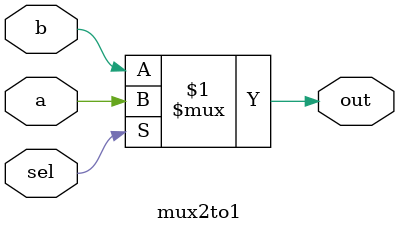
<source format=v>


// Unless required by applicable law or agreed to in writing, software
// distributed under the License is distributed on an "AS IS" BASIS,
// WITHOUT WARRANTIES OR CONDITIONS OF ANY KIND, either express or implied.
// See the License for the specific language governing permissions and
// limitations under the License.
//
//-----------------------------------------------------
// Design Name : mux2to1
// File Name   : mux2to1.v
// Function    : 2 to 1 Multiplexor
// Coder       : Jucemar Monteiro
//-----------------------------------------------------
module  mux2to1(a, b,sel,out);
	input  a, b, sel ;
	output  out;
	assign out = (sel) ? a : b;
endmodule 

</source>
